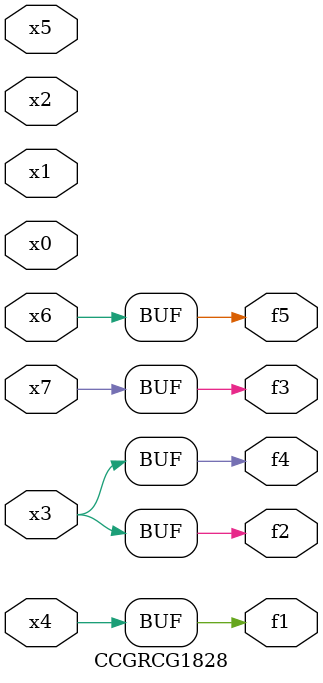
<source format=v>
module CCGRCG1828(
	input x0, x1, x2, x3, x4, x5, x6, x7,
	output f1, f2, f3, f4, f5
);
	assign f1 = x4;
	assign f2 = x3;
	assign f3 = x7;
	assign f4 = x3;
	assign f5 = x6;
endmodule

</source>
